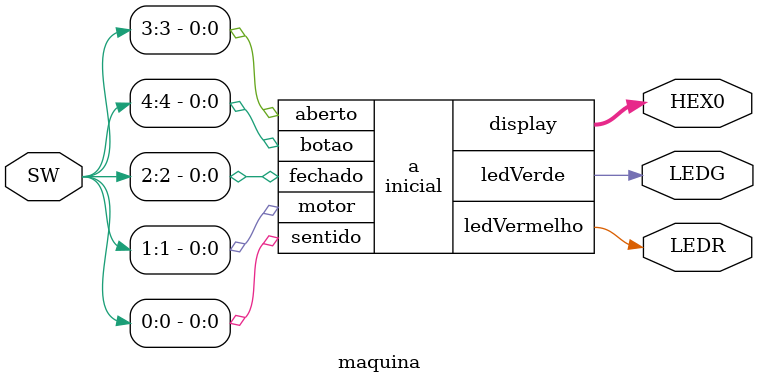
<source format=v>
module inicial ( botao, aberto, fechado, motor, sentido, ledVerde, ledVermelho, display );
	input botao, aberto, fechado, motor, sentido;
	output ledVerde, ledVermelho;
	output [6:0] display;
	
	reg [1:0] estado;
	
	parameter A = 2'b00, B = 2'b01, C = 2'b10, D = 2'b11;
	
	initial estado = A;
	
	always begin
	
		case( estado )
			A: if( botao == 1 && aberto == 0 && fechado == 1 && motor == 1 && sentido == 0 )
					estado = B;
					
			B: begin
					if( botao == 1 && aberto == 0 && fechado == 0 && motor == 1 && sentido == 0 )
						estado = C;
					if( botao == 0 && aberto == 0 && fechado == 0 && motor == 1 && sentido == 0 )
						estado = D;
				end
			C: if( botao == 0 && aberto == 1 && fechado == 0 && motor == 1 && sentido == 1 )
					estado = D;
					
			D: begin
					if( botao == 1 && aberto == 0 && fechado == 0 && motor == 1 && sentido == 1 )
						estado = B;
					if( botao == 0 && aberto == 0 && fechado == 0 && motor == 1 && sentido == 1 )
						estado = A;
				end
			default: estado = A;
			
		endcase
	end
		
	assign ledVerde = (~estado[1] * estado[0]);	//Abrindo
	assign ledVermelho = (estado[1] * estado[0]);//Fechando
	
	
	assign display[1] = (~estado[1]*~estado[0]);
	assign display[2] = (~estado[1]*~estado[0]);
	assign display[3] = (~estado[0]);
	
	assign display[0] = 0;
	assign display[4] = 0;
	assign display[5] = 0;
	
	assign display[6] = (estado[0]); //Para aparecer o no display enquanto estiver abrindo ou fechando
	
	
endmodule

module maquina(SW,LEDG,LEDR,HEX0);
	input [4:0] SW;
	output [0:0] LEDG, LEDR;
	output [6:0] HEX0;

	inicial a( SW[4], SW[3], SW[2], SW[1], SW[0], LEDG[0], LEDR[0], HEX0);
endmodule

</source>
